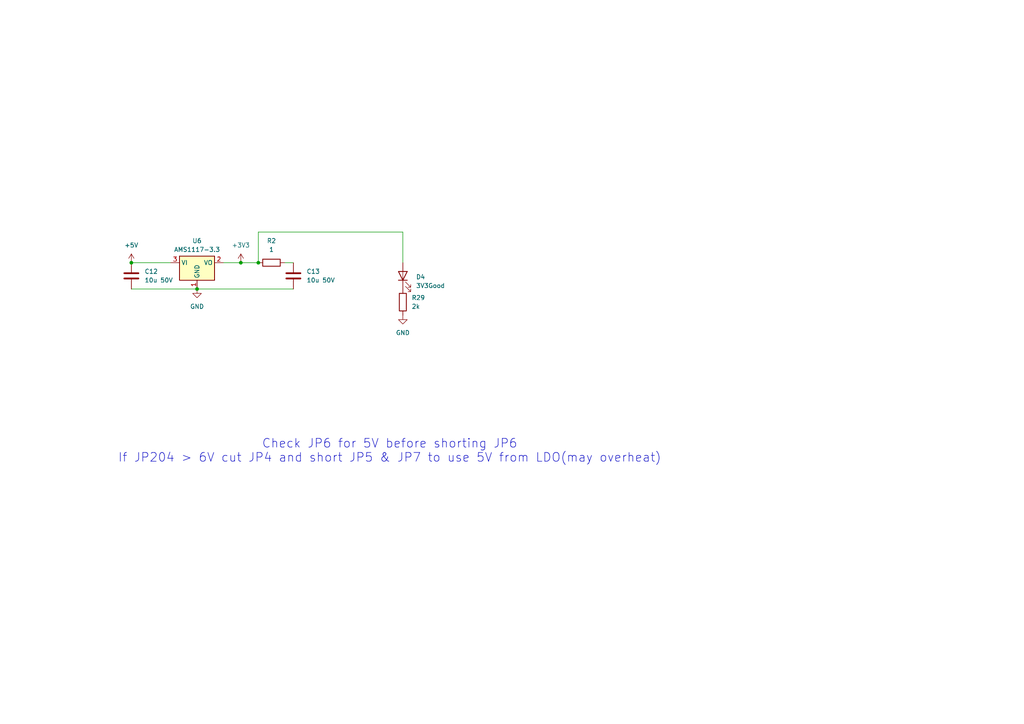
<source format=kicad_sch>
(kicad_sch (version 20231120) (generator "eeschema") (generator_version "8.0")
  (paper "A4")
  (lib_symbols
    (symbol "Device:C" (pin_numbers hide) (pin_names (offset 0.254))
      (property "Reference" "C" (at 0.635 2.54 0))
      (property "Value" "C" (at 0.635 -2.54 0))
      (symbol "C_0_1"
        (polyline (pts (xy -2.032 -0.762) (xy 2.032 -0.762)) (stroke (width 0.508)))
        (polyline (pts (xy -2.032 0.762) (xy 2.032 0.762)) (stroke (width 0.508)))
      )
      (symbol "C_1_1"
        (pin passive line (at 0 3.81 270) (length 2.794) (name "~") (number "1"))
        (pin passive line (at 0 -3.81 90) (length 2.794) (name "~") (number "2"))
      )
    )
    (symbol "Device:LED" (pin_numbers hide) (pin_names (offset 1.016) hide)
      (property "Reference" "D" (at 0 2.54 0))
      (property "Value" "LED" (at 0 -2.54 0))
      (symbol "LED_0_1"
        (polyline (pts (xy -1.27 -1.27) (xy -1.27 1.27)) (stroke (width 0.254)))
        (polyline (pts (xy -1.27 0) (xy 1.27 0)))
        (polyline (pts (xy 1.27 -1.27) (xy 1.27 1.27) (xy -1.27 0) (xy 1.27 -1.27)) (stroke (width 0.254)))
        (polyline (pts (xy -3.048 -0.762) (xy -4.572 -2.286) (xy -3.81 -2.286) (xy -4.572 -2.286) (xy -4.572 -1.524)))
        (polyline (pts (xy -1.778 -0.762) (xy -3.302 -2.286) (xy -2.54 -2.286) (xy -3.302 -2.286) (xy -3.302 -1.524)))
      )
      (symbol "LED_1_1"
        (pin passive line (at -3.81 0 0) (length 2.54) (name "K") (number "1"))
        (pin passive line (at 3.81 0 180) (length 2.54) (name "A") (number "2"))
      )
    )
    (symbol "Device:R" (pin_numbers hide) (pin_names (offset 0))
      (property "Reference" "R" (at 2.032 0 90))
      (property "Value" "R" (at 0 0 90))
      (symbol "R_0_1"
        (rectangle (start -1.016 -2.54) (end 1.016 2.54) (stroke (width 0.254)))
      )
      (symbol "R_1_1"
        (pin passive line (at 0 3.81 270) (length 1.27) (name "~") (number "1"))
        (pin passive line (at 0 -3.81 90) (length 1.27) (name "~") (number "2"))
      )
    )
    (symbol "Regulator_Linear:AMS1117-3.3"
      (property "Reference" "U" (at -3.81 3.175 0))
      (property "Value" "AMS1117-3.3" (at 0 3.175 0))
      (symbol "AMS1117-3.3_0_1"
        (rectangle (start -5.08 -5.08) (end 5.08 1.905) (stroke (width 0.254)) (fill (type background)))
      )
      (symbol "AMS1117-3.3_1_1"
        (pin power_in line (at 0 -7.62 90) (length 2.54) (name "GND") (number "1"))
        (pin power_out line (at 7.62 0 180) (length 2.54) (name "VO") (number "2"))
        (pin power_in line (at -7.62 0 0) (length 2.54) (name "VI") (number "3"))
      )
    )
    (symbol "power:+3V3" (power) (pin_names (offset 0))
      (property "Value" "+3V3" (at 0 3.556 0))
      (symbol "+3V3_0_1"
        (polyline (pts (xy -0.762 1.27) (xy 0 2.54)))
        (polyline (pts (xy 0 0) (xy 0 2.54)))
        (polyline (pts (xy 0 2.54) (xy 0.762 1.27)))
      )
      (symbol "+3V3_1_1"
        (pin power_in line (at 0 0 90) (length 0) hide (name "+3V3") (number "1"))
      )
    )
    (symbol "power:+5V" (power) (pin_names (offset 0))
      (property "Value" "+5V" (at 0 3.556 0))
      (symbol "+5V_0_1"
        (polyline (pts (xy -0.762 1.27) (xy 0 2.54)))
        (polyline (pts (xy 0 0) (xy 0 2.54)))
        (polyline (pts (xy 0 2.54) (xy 0.762 1.27)))
      )
      (symbol "+5V_1_1"
        (pin power_in line (at 0 0 90) (length 0) hide (name "+5V") (number "1"))
      )
    )
    (symbol "power:GND" (power) (pin_names (offset 0))
      (property "Value" "GND" (at 0 -3.81 0))
      (symbol "GND_0_1"
        (polyline (pts (xy 0 0) (xy 0 -1.27) (xy 1.27 -1.27) (xy 0 -2.54) (xy -1.27 -1.27) (xy 0 -1.27)))
      )
      (symbol "GND_1_1"
        (pin power_in line (at 0 0 270) (length 0) hide (name "GND") (number "1"))
      )
    )
  )
  (junction (at 74.93 76.2))
  (junction (at 38.1 76.2))
  (junction (at 57.15 83.82))
  (junction (at 69.85 76.2))
  (wire (pts (xy 69.85 76.2) (xy 64.77 76.2)))
  (wire (pts (xy 74.93 67.31) (xy 74.93 76.2)))
  (wire (pts (xy 74.93 76.2) (xy 69.85 76.2)))
  (wire (pts (xy 85.09 76.2) (xy 82.55 76.2)))
  (wire (pts (xy 38.1 83.82) (xy 57.15 83.82)))
  (wire (pts (xy 116.84 76.2) (xy 116.84 67.31)))
  (wire (pts (xy 57.15 83.82) (xy 85.09 83.82)))
  (wire (pts (xy 38.1 76.2) (xy 49.53 76.2)))
  (wire (pts (xy 116.84 67.31) (xy 74.93 67.31)))
  (text "Check JP6 for 5V before shorting JP6\nIf JP204 > 6V cut JP4 and short JP5 & JP7 to use 5V from LDO(may overheat)" (at 113.03 130.81 0) (effects (font (size 2.54 2.54))))
  (symbol (lib_id "Device:C") (at 38.1 80.01 0) (unit 1)
    (property "Reference" "C12" (at 41.91 78.7399 0) (effects (justify left)))
    (property "Value" "10u 50V" (at 41.91 81.2799 0) (effects (justify left)))
    (property "Footprint" "Capacitor_SMD:C_1206_3216Metric" (effects (hide yes)))
  )
  (symbol (lib_id "Device:R") (at 116.84 87.63 0) (unit 1)
    (property "Reference" "R29" (at 119.38 86.3599 0) (effects (justify left)))
    (property "Value" "2k" (at 119.38 88.8999 0) (effects (justify left)))
    (property "Footprint" "Resistor_SMD:R_0603_1608Metric" (effects (hide yes)))
  )
  (symbol (lib_id "power:GND") (at 116.84 91.44 0) (unit 1)
    (property "Reference" "#PWR085" (effects (hide yes)))
    (property "Value" "GND" (at 116.84 96.52 0))
  )
  (symbol (lib_id "Device:C") (at 85.09 80.01 0) (unit 1)
    (property "Reference" "C13" (at 88.9 78.7399 0) (effects (justify left)))
    (property "Value" "10u 50V" (at 88.9 81.2799 0) (effects (justify left)))
    (property "Footprint" "Capacitor_SMD:C_1206_3216Metric" (effects (hide yes)))
  )
  (symbol (lib_id "Device:LED") (at 116.84 80.01 90) (unit 1)
    (property "Reference" "D4" (at 120.65 80.3274 90) (effects (justify right)))
    (property "Value" "3V3Good" (at 120.65 82.8674 90) (effects (justify right)))
    (property "Footprint" "LED_SMD:LED_0603_1608Metric" (effects (hide yes)))
  )
  (symbol (lib_id "power:+3V3") (at 69.85 76.2 0) (unit 1)
    (property "Reference" "#PWR011" (effects (hide yes)))
    (property "Value" "+3V3" (at 69.85 71.12 0))
  )
  (symbol (lib_id "power:+5V") (at 38.1 76.2 0) (unit 1)
    (property "Reference" "#PWR06" (effects (hide yes)))
    (property "Value" "+5V" (at 38.1 71.12 0))
  )
  (symbol (lib_id "power:GND") (at 57.15 83.82 0) (unit 1)
    (property "Reference" "#PWR012" (effects (hide yes)))
    (property "Value" "GND" (at 57.15 88.9 0))
  )
  (symbol (lib_id "Regulator_Linear:AMS1117-3.3") (at 57.15 76.2 0) (unit 1)
    (property "Reference" "U6" (at 57.15 69.85 0))
    (property "Value" "AMS1117-3.3" (at 57.15 72.39 0))
    (property "Footprint" "Package_TO_SOT_SMD:SOT-223-3_TabPin2" (effects (hide yes)))
    (property "Datasheet" "http://www.advanced-monolithic.com/pdf/ds1117.pdf" (effects (hide yes)))
    (property "Description" "1A Low Dropout regulator, positive, 3.3V fixed output, SOT-223" (effects (hide yes)))
  )
  (symbol (lib_id "Device:R") (at 78.74 76.2 270) (unit 1)
    (property "Reference" "R2" (at 78.74 69.85 90))
    (property "Value" "1" (at 78.74 72.39 90))
    (property "Footprint" "Resistor_SMD:R_1206_3216Metric" (effects (hide yes)))
  )
)
</source>
